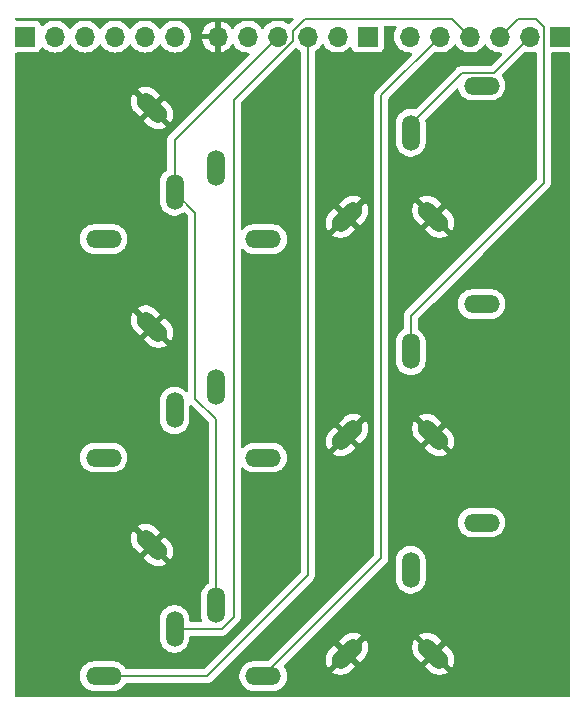
<source format=gtl>
%TF.GenerationSoftware,KiCad,Pcbnew,8.0.5*%
%TF.CreationDate,2024-12-04T18:47:01+01:00*%
%TF.ProjectId,DMH_S_H_Noise_PCB_Conn,444d485f-535f-4485-9f4e-6f6973655f50,1*%
%TF.SameCoordinates,Original*%
%TF.FileFunction,Copper,L1,Top*%
%TF.FilePolarity,Positive*%
%FSLAX46Y46*%
G04 Gerber Fmt 4.6, Leading zero omitted, Abs format (unit mm)*
G04 Created by KiCad (PCBNEW 8.0.5) date 2024-12-04 18:47:01*
%MOMM*%
%LPD*%
G01*
G04 APERTURE LIST*
G04 Aperture macros list*
%AMHorizOval*
0 Thick line with rounded ends*
0 $1 width*
0 $2 $3 position (X,Y) of the first rounded end (center of the circle)*
0 $4 $5 position (X,Y) of the second rounded end (center of the circle)*
0 Add line between two ends*
20,1,$1,$2,$3,$4,$5,0*
0 Add two circle primitives to create the rounded ends*
1,1,$1,$2,$3*
1,1,$1,$4,$5*%
G04 Aperture macros list end*
%TA.AperFunction,ComponentPad*%
%ADD10HorizOval,1.508000X-0.533159X0.533159X0.533159X-0.533159X0*%
%TD*%
%TA.AperFunction,ComponentPad*%
%ADD11O,3.016000X1.508000*%
%TD*%
%TA.AperFunction,ComponentPad*%
%ADD12O,1.508000X3.016000*%
%TD*%
%TA.AperFunction,ComponentPad*%
%ADD13HorizOval,1.508000X0.533159X0.533159X-0.533159X-0.533159X0*%
%TD*%
%TA.AperFunction,ComponentPad*%
%ADD14R,1.700000X1.700000*%
%TD*%
%TA.AperFunction,ComponentPad*%
%ADD15O,1.700000X1.700000*%
%TD*%
%TA.AperFunction,Conductor*%
%ADD16C,0.200000*%
%TD*%
G04 APERTURE END LIST*
D10*
%TO.P,J7,S*%
%TO.N,GND*%
X63096190Y-204153810D03*
D11*
%TO.P,J7,T*%
%TO.N,/Inputs and Outputs/Pink*%
X59000000Y-215250000D03*
D12*
%TO.P,J7,TN*%
%TO.N,Net-(J70-Pin_4)*%
X65000000Y-211250000D03*
%TD*%
D10*
%TO.P,J5,S*%
%TO.N,GND*%
X86903810Y-176346190D03*
D11*
%TO.P,J5,T*%
%TO.N,/Inputs and Outputs/S&H Out*%
X91000000Y-165250000D03*
D12*
%TO.P,J5,TN*%
%TO.N,Net-(J70-Pin_2)*%
X85000000Y-169250000D03*
%TD*%
D10*
%TO.P,J1,S*%
%TO.N,GND*%
X63096190Y-167153810D03*
D11*
%TO.P,J1,T*%
%TO.N,/Inputs and Outputs/Input*%
X59000000Y-178250000D03*
D12*
%TO.P,J1,TN*%
%TO.N,/Inputs and Outputs/White*%
X65000000Y-174250000D03*
%TD*%
D13*
%TO.P,J3,S*%
%TO.N,GND*%
X79596190Y-176346190D03*
D12*
%TO.P,J3,T*%
%TO.N,/Inputs and Outputs/External Clock*%
X68500000Y-172250000D03*
D11*
%TO.P,J3,TN*%
%TO.N,/Inputs and Outputs/Internal Clock*%
X72500000Y-178250000D03*
%TD*%
D13*
%TO.P,J8,S*%
%TO.N,GND*%
X79596190Y-213346190D03*
D12*
%TO.P,J8,T*%
%TO.N,/Inputs and Outputs/White*%
X68500000Y-209250000D03*
D11*
%TO.P,J8,TN*%
%TO.N,Net-(J70-Pin_5)*%
X72500000Y-215250000D03*
%TD*%
D10*
%TO.P,J9,S*%
%TO.N,GND*%
X86903810Y-213346190D03*
D11*
%TO.P,J9,T*%
%TO.N,/Inputs and Outputs/Blue*%
X91000000Y-202250000D03*
D12*
%TO.P,J9,TN*%
%TO.N,Net-(J70-Pin_6)*%
X85000000Y-206250000D03*
%TD*%
D14*
%TO.P,J70,1,Pin_1*%
%TO.N,Net-(J70-Pin_1)*%
X97650000Y-161100000D03*
D15*
%TO.P,J70,2,Pin_2*%
%TO.N,Net-(J70-Pin_2)*%
X95110000Y-161100000D03*
%TO.P,J70,3,Pin_3*%
%TO.N,Net-(J70-Pin_3)*%
X92570000Y-161100000D03*
%TO.P,J70,4,Pin_4*%
%TO.N,Net-(J70-Pin_4)*%
X90030000Y-161100000D03*
%TO.P,J70,5,Pin_5*%
%TO.N,Net-(J70-Pin_5)*%
X87490000Y-161100000D03*
%TO.P,J70,6,Pin_6*%
%TO.N,Net-(J70-Pin_6)*%
X84950000Y-161100000D03*
%TD*%
D13*
%TO.P,J4,S*%
%TO.N,GND*%
X79596190Y-194846190D03*
D12*
%TO.P,J4,T*%
%TO.N,/Inputs and Outputs/Clock Out*%
X68500000Y-190750000D03*
D11*
%TO.P,J4,TN*%
%TO.N,Net-(J70-Pin_1)*%
X72500000Y-196750000D03*
%TD*%
D14*
%TO.P,J50,1,Pin_1*%
%TO.N,/Inputs and Outputs/Input*%
X52350000Y-161100000D03*
D15*
%TO.P,J50,2,Pin_2*%
%TO.N,/Inputs and Outputs/Slew In*%
X54890000Y-161100000D03*
%TO.P,J50,3,Pin_3*%
%TO.N,/Inputs and Outputs/S&H*%
X57430000Y-161100000D03*
%TO.P,J50,4,Pin_4*%
%TO.N,/Inputs and Outputs/External Clock*%
X59970000Y-161100000D03*
%TO.P,J50,5,Pin_5*%
%TO.N,/Inputs and Outputs/Internal Clock*%
X62510000Y-161100000D03*
%TO.P,J50,6,Pin_6*%
%TO.N,/Inputs and Outputs/Clock Out*%
X65050000Y-161100000D03*
%TD*%
D10*
%TO.P,J2,S*%
%TO.N,GND*%
X63096190Y-185653810D03*
D11*
%TO.P,J2,T*%
%TO.N,/Inputs and Outputs/Slew In*%
X59000000Y-196750000D03*
D12*
%TO.P,J2,TN*%
%TO.N,/Inputs and Outputs/S&H*%
X65000000Y-192750000D03*
%TD*%
D14*
%TO.P,J60,1,Pin_1*%
%TO.N,/Inputs and Outputs/S&H Out*%
X81350000Y-161100000D03*
D15*
%TO.P,J60,2,Pin_2*%
%TO.N,/Inputs and Outputs/Slew Out*%
X78810000Y-161100000D03*
%TO.P,J60,3,Pin_3*%
%TO.N,/Inputs and Outputs/Pink*%
X76270000Y-161100000D03*
%TO.P,J60,4,Pin_4*%
%TO.N,/Inputs and Outputs/White*%
X73730000Y-161100000D03*
%TO.P,J60,5,Pin_5*%
%TO.N,/Inputs and Outputs/Blue*%
X71190000Y-161100000D03*
%TO.P,J60,6,Pin_6*%
%TO.N,GND*%
X68650000Y-161100000D03*
%TD*%
D10*
%TO.P,J6,S*%
%TO.N,GND*%
X86903810Y-194846190D03*
D11*
%TO.P,J6,T*%
%TO.N,/Inputs and Outputs/Slew Out*%
X91000000Y-183750000D03*
D12*
%TO.P,J6,TN*%
%TO.N,Net-(J70-Pin_3)*%
X85000000Y-187750000D03*
%TD*%
D16*
%TO.N,/Inputs and Outputs/White*%
X65000000Y-174250000D02*
X66750000Y-176000000D01*
X73730000Y-161100000D02*
X65000000Y-169830000D01*
X65000000Y-169830000D02*
X65000000Y-174250000D01*
X68500000Y-193500000D02*
X68500000Y-209250000D01*
X66750000Y-176000000D02*
X66750000Y-191750000D01*
X66750000Y-191750000D02*
X68500000Y-193500000D01*
%TO.N,Net-(J70-Pin_2)*%
X92014000Y-164196000D02*
X89304000Y-164196000D01*
X89304000Y-164196000D02*
X85000000Y-168500000D01*
X95110000Y-161100000D02*
X92014000Y-164196000D01*
X85000000Y-168500000D02*
X85000000Y-169250000D01*
%TO.N,Net-(J70-Pin_3)*%
X85000000Y-184750000D02*
X85000000Y-187750000D01*
X92570000Y-161100000D02*
X94070000Y-159600000D01*
X96260000Y-160260000D02*
X96260000Y-173490000D01*
X95600000Y-159600000D02*
X96260000Y-160260000D01*
X96260000Y-173490000D02*
X85000000Y-184750000D01*
X94070000Y-159600000D02*
X95600000Y-159600000D01*
%TO.N,/Inputs and Outputs/Pink*%
X67750000Y-215250000D02*
X59000000Y-215250000D01*
X76270000Y-161100000D02*
X76270000Y-206730000D01*
X76270000Y-206730000D02*
X67750000Y-215250000D01*
%TO.N,Net-(J70-Pin_4)*%
X75000000Y-161456346D02*
X70000000Y-166456346D01*
X70000000Y-210250000D02*
X69000000Y-211250000D01*
X90030000Y-161100000D02*
X88530000Y-159600000D01*
X69000000Y-211250000D02*
X65000000Y-211250000D01*
X88530000Y-159600000D02*
X76020241Y-159600000D01*
X75000000Y-160620241D02*
X75000000Y-161456346D01*
X76020241Y-159600000D02*
X75000000Y-160620241D01*
X70000000Y-166456346D02*
X70000000Y-210250000D01*
%TO.N,Net-(J70-Pin_5)*%
X82500000Y-166090000D02*
X82500000Y-205250000D01*
X82500000Y-205250000D02*
X72500000Y-215250000D01*
X87490000Y-161100000D02*
X82500000Y-166090000D01*
%TD*%
%TA.AperFunction,Conductor*%
%TO.N,GND*%
G36*
X54892285Y-159516719D02*
G01*
X54918518Y-159502931D01*
X54942950Y-159500500D01*
X57377050Y-159500500D01*
X57432285Y-159516719D01*
X57458518Y-159502931D01*
X57482950Y-159500500D01*
X59917050Y-159500500D01*
X59972285Y-159516719D01*
X59998518Y-159502931D01*
X60022950Y-159500500D01*
X62457050Y-159500500D01*
X62512285Y-159516719D01*
X62538518Y-159502931D01*
X62562950Y-159500500D01*
X64997050Y-159500500D01*
X65052285Y-159516719D01*
X65078518Y-159502931D01*
X65102950Y-159500500D01*
X71137050Y-159500500D01*
X71192285Y-159516719D01*
X71218518Y-159502931D01*
X71242950Y-159500500D01*
X73677050Y-159500500D01*
X73732285Y-159516719D01*
X73758518Y-159502931D01*
X73782950Y-159500500D01*
X74971143Y-159500500D01*
X75038182Y-159520185D01*
X75083937Y-159572989D01*
X75093881Y-159642147D01*
X75064856Y-159705703D01*
X75058842Y-159712162D01*
X74767805Y-160003198D01*
X74738553Y-160032451D01*
X74677230Y-160065935D01*
X74607538Y-160060951D01*
X74579751Y-160046345D01*
X74407830Y-159925965D01*
X74193663Y-159826097D01*
X74193659Y-159826096D01*
X74193655Y-159826094D01*
X73965413Y-159764938D01*
X73965403Y-159764936D01*
X73772142Y-159748028D01*
X73730344Y-159731677D01*
X73711985Y-159743477D01*
X73687858Y-159748028D01*
X73494596Y-159764936D01*
X73494586Y-159764938D01*
X73266344Y-159826094D01*
X73266335Y-159826098D01*
X73052171Y-159925964D01*
X73052169Y-159925965D01*
X72858597Y-160061505D01*
X72691505Y-160228597D01*
X72561575Y-160414158D01*
X72506998Y-160457783D01*
X72437500Y-160464977D01*
X72375145Y-160433454D01*
X72358425Y-160414158D01*
X72228494Y-160228597D01*
X72061402Y-160061506D01*
X72061395Y-160061501D01*
X71867834Y-159925967D01*
X71867830Y-159925965D01*
X71867828Y-159925964D01*
X71653663Y-159826097D01*
X71653659Y-159826096D01*
X71653655Y-159826094D01*
X71425413Y-159764938D01*
X71425403Y-159764936D01*
X71232142Y-159748028D01*
X71190344Y-159731677D01*
X71171985Y-159743477D01*
X71147858Y-159748028D01*
X70954596Y-159764936D01*
X70954586Y-159764938D01*
X70726344Y-159826094D01*
X70726335Y-159826098D01*
X70512171Y-159925964D01*
X70512169Y-159925965D01*
X70318597Y-160061505D01*
X70151508Y-160228594D01*
X70021269Y-160414595D01*
X69966692Y-160458219D01*
X69897193Y-160465412D01*
X69834839Y-160433890D01*
X69818119Y-160414594D01*
X69688113Y-160228926D01*
X69688108Y-160228920D01*
X69521082Y-160061894D01*
X69327578Y-159926399D01*
X69113492Y-159826570D01*
X69113486Y-159826567D01*
X68900000Y-159769364D01*
X68900000Y-160666988D01*
X68842993Y-160634075D01*
X68715826Y-160600000D01*
X68584174Y-160600000D01*
X68457007Y-160634075D01*
X68400000Y-160666988D01*
X68400000Y-159769364D01*
X68399999Y-159769364D01*
X68186513Y-159826567D01*
X68186507Y-159826570D01*
X67972422Y-159926399D01*
X67972420Y-159926400D01*
X67778926Y-160061886D01*
X67778920Y-160061891D01*
X67611891Y-160228920D01*
X67611886Y-160228926D01*
X67476400Y-160422420D01*
X67476399Y-160422422D01*
X67376570Y-160636507D01*
X67376567Y-160636513D01*
X67319364Y-160849999D01*
X67319364Y-160850000D01*
X68216988Y-160850000D01*
X68184075Y-160907007D01*
X68150000Y-161034174D01*
X68150000Y-161165826D01*
X68184075Y-161292993D01*
X68216988Y-161350000D01*
X67319364Y-161350000D01*
X67376567Y-161563486D01*
X67376570Y-161563492D01*
X67476399Y-161777578D01*
X67611894Y-161971082D01*
X67778917Y-162138105D01*
X67972421Y-162273600D01*
X68186507Y-162373429D01*
X68186516Y-162373433D01*
X68400000Y-162430634D01*
X68400000Y-161533012D01*
X68457007Y-161565925D01*
X68584174Y-161600000D01*
X68715826Y-161600000D01*
X68842993Y-161565925D01*
X68900000Y-161533012D01*
X68900000Y-162430633D01*
X69113483Y-162373433D01*
X69113492Y-162373429D01*
X69327578Y-162273600D01*
X69521082Y-162138105D01*
X69688105Y-161971082D01*
X69818119Y-161785405D01*
X69872696Y-161741781D01*
X69942195Y-161734588D01*
X70004549Y-161766110D01*
X70021269Y-161785405D01*
X70151505Y-161971401D01*
X70318599Y-162138495D01*
X70415384Y-162206265D01*
X70512165Y-162274032D01*
X70512167Y-162274033D01*
X70512170Y-162274035D01*
X70726337Y-162373903D01*
X70954592Y-162435063D01*
X71131034Y-162450500D01*
X71189999Y-162455659D01*
X71190000Y-162455659D01*
X71190001Y-162455659D01*
X71204106Y-162454424D01*
X71217842Y-162453223D01*
X71286342Y-162466989D01*
X71336525Y-162515604D01*
X71352459Y-162583633D01*
X71329084Y-162649476D01*
X71316331Y-162664432D01*
X64631286Y-169349478D01*
X64519481Y-169461282D01*
X64519479Y-169461285D01*
X64469361Y-169548094D01*
X64469359Y-169548096D01*
X64440425Y-169598209D01*
X64440424Y-169598210D01*
X64440423Y-169598215D01*
X64399499Y-169750943D01*
X64399499Y-169750945D01*
X64399499Y-169919046D01*
X64399500Y-169919059D01*
X64399500Y-172318682D01*
X64379815Y-172385721D01*
X64345675Y-172419139D01*
X64346440Y-172420192D01*
X64182753Y-172539115D01*
X64043115Y-172678753D01*
X63927058Y-172838495D01*
X63837408Y-173014441D01*
X63776389Y-173202236D01*
X63745500Y-173397263D01*
X63745500Y-175102736D01*
X63776389Y-175297763D01*
X63837408Y-175485558D01*
X63837409Y-175485561D01*
X63911663Y-175631290D01*
X63927058Y-175661504D01*
X64043115Y-175821246D01*
X64182753Y-175960884D01*
X64322507Y-176062419D01*
X64342499Y-176076944D01*
X64518439Y-176166591D01*
X64643637Y-176207270D01*
X64706236Y-176227610D01*
X64901264Y-176258500D01*
X64901269Y-176258500D01*
X65098736Y-176258500D01*
X65293763Y-176227610D01*
X65310693Y-176222109D01*
X65481561Y-176166591D01*
X65657501Y-176076944D01*
X65757285Y-176004446D01*
X65823088Y-175980968D01*
X65891142Y-175996793D01*
X65917849Y-176017085D01*
X66113181Y-176212416D01*
X66146666Y-176273739D01*
X66149500Y-176300097D01*
X66149500Y-191072007D01*
X66129815Y-191139046D01*
X66077011Y-191184801D01*
X66007853Y-191194745D01*
X65944297Y-191165720D01*
X65937819Y-191159688D01*
X65817246Y-191039115D01*
X65657504Y-190923058D01*
X65657503Y-190923057D01*
X65657501Y-190923056D01*
X65481561Y-190833409D01*
X65481558Y-190833408D01*
X65293763Y-190772389D01*
X65098736Y-190741500D01*
X65098731Y-190741500D01*
X64901269Y-190741500D01*
X64901264Y-190741500D01*
X64706236Y-190772389D01*
X64518441Y-190833408D01*
X64342495Y-190923058D01*
X64182753Y-191039115D01*
X64043115Y-191178753D01*
X63927058Y-191338495D01*
X63837408Y-191514441D01*
X63776389Y-191702236D01*
X63745500Y-191897263D01*
X63745500Y-193602736D01*
X63776389Y-193797763D01*
X63837408Y-193985558D01*
X63837409Y-193985561D01*
X63914192Y-194136254D01*
X63927058Y-194161504D01*
X64043115Y-194321246D01*
X64182753Y-194460884D01*
X64322507Y-194562419D01*
X64342499Y-194576944D01*
X64518439Y-194666591D01*
X64643637Y-194707270D01*
X64706236Y-194727610D01*
X64901264Y-194758500D01*
X64901269Y-194758500D01*
X65098736Y-194758500D01*
X65293763Y-194727610D01*
X65310693Y-194722109D01*
X65481561Y-194666591D01*
X65657501Y-194576944D01*
X65773542Y-194492636D01*
X65817246Y-194460884D01*
X65817248Y-194460881D01*
X65817252Y-194460879D01*
X65956879Y-194321252D01*
X65956881Y-194321248D01*
X65956884Y-194321246D01*
X66007779Y-194251192D01*
X66072944Y-194161501D01*
X66162591Y-193985561D01*
X66223610Y-193797763D01*
X66246095Y-193655799D01*
X66254500Y-193602736D01*
X66254500Y-192403097D01*
X66274185Y-192336058D01*
X66326989Y-192290303D01*
X66396147Y-192280359D01*
X66459703Y-192309384D01*
X66466181Y-192315416D01*
X67863181Y-193712416D01*
X67896666Y-193773739D01*
X67899500Y-193800097D01*
X67899500Y-207318682D01*
X67879815Y-207385721D01*
X67845675Y-207419139D01*
X67846440Y-207420192D01*
X67682753Y-207539115D01*
X67543115Y-207678753D01*
X67427058Y-207838495D01*
X67337408Y-208014441D01*
X67276389Y-208202236D01*
X67245500Y-208397263D01*
X67245500Y-210102736D01*
X67276389Y-210297763D01*
X67337936Y-210487182D01*
X67339931Y-210557023D01*
X67303851Y-210616856D01*
X67241150Y-210647684D01*
X67220005Y-210649500D01*
X66378500Y-210649500D01*
X66311461Y-210629815D01*
X66265706Y-210577011D01*
X66254500Y-210525500D01*
X66254500Y-210397263D01*
X66223610Y-210202236D01*
X66191280Y-210102736D01*
X66162591Y-210014439D01*
X66072944Y-209838499D01*
X66065486Y-209828234D01*
X65956884Y-209678753D01*
X65817246Y-209539115D01*
X65657504Y-209423058D01*
X65657503Y-209423057D01*
X65657501Y-209423056D01*
X65481561Y-209333409D01*
X65481558Y-209333408D01*
X65293763Y-209272389D01*
X65098736Y-209241500D01*
X65098731Y-209241500D01*
X64901269Y-209241500D01*
X64901264Y-209241500D01*
X64706236Y-209272389D01*
X64518441Y-209333408D01*
X64342495Y-209423058D01*
X64182753Y-209539115D01*
X64043115Y-209678753D01*
X63927058Y-209838495D01*
X63837408Y-210014441D01*
X63776389Y-210202236D01*
X63745500Y-210397263D01*
X63745500Y-212102736D01*
X63776389Y-212297763D01*
X63837408Y-212485558D01*
X63837409Y-212485561D01*
X63914192Y-212636254D01*
X63927058Y-212661504D01*
X64043115Y-212821246D01*
X64182753Y-212960884D01*
X64322507Y-213062419D01*
X64342499Y-213076944D01*
X64518439Y-213166591D01*
X64643637Y-213207270D01*
X64706236Y-213227610D01*
X64901264Y-213258500D01*
X64901269Y-213258500D01*
X65098736Y-213258500D01*
X65293763Y-213227610D01*
X65310693Y-213222109D01*
X65481561Y-213166591D01*
X65657501Y-213076944D01*
X65773542Y-212992636D01*
X65817246Y-212960884D01*
X65817248Y-212960881D01*
X65817252Y-212960879D01*
X65956879Y-212821252D01*
X65956881Y-212821248D01*
X65956884Y-212821246D01*
X66007779Y-212751192D01*
X66072944Y-212661501D01*
X66162591Y-212485561D01*
X66223610Y-212297763D01*
X66246095Y-212155799D01*
X66254500Y-212102736D01*
X66254500Y-211974500D01*
X66274185Y-211907461D01*
X66326989Y-211861706D01*
X66378500Y-211850500D01*
X68913331Y-211850500D01*
X68913347Y-211850501D01*
X68920943Y-211850501D01*
X69079054Y-211850501D01*
X69079057Y-211850501D01*
X69231785Y-211809577D01*
X69281904Y-211780639D01*
X69368716Y-211730520D01*
X69480520Y-211618716D01*
X69480520Y-211618714D01*
X69490728Y-211608507D01*
X69490729Y-211608504D01*
X70480520Y-210618716D01*
X70559577Y-210481784D01*
X70600501Y-210329057D01*
X70600501Y-210170942D01*
X70600501Y-210163347D01*
X70600500Y-210163329D01*
X70600500Y-197677993D01*
X70620185Y-197610954D01*
X70672989Y-197565199D01*
X70742147Y-197555255D01*
X70805703Y-197584280D01*
X70812181Y-197590312D01*
X70928753Y-197706884D01*
X71078234Y-197815486D01*
X71088499Y-197822944D01*
X71264439Y-197912591D01*
X71389637Y-197953270D01*
X71452236Y-197973610D01*
X71647264Y-198004500D01*
X71647269Y-198004500D01*
X73352736Y-198004500D01*
X73547763Y-197973610D01*
X73735561Y-197912591D01*
X73911501Y-197822944D01*
X74001192Y-197757779D01*
X74071246Y-197706884D01*
X74071248Y-197706881D01*
X74071252Y-197706879D01*
X74210879Y-197567252D01*
X74210881Y-197567248D01*
X74210884Y-197567246D01*
X74261779Y-197497192D01*
X74326944Y-197407501D01*
X74416591Y-197231561D01*
X74477610Y-197043763D01*
X74508500Y-196848736D01*
X74508500Y-196651263D01*
X74477610Y-196456236D01*
X74438492Y-196335844D01*
X74416591Y-196268439D01*
X74326944Y-196092499D01*
X74286324Y-196036590D01*
X74210884Y-195932753D01*
X74071246Y-195793115D01*
X73911504Y-195677058D01*
X73911503Y-195677057D01*
X73911501Y-195677056D01*
X73735561Y-195587409D01*
X73735558Y-195587408D01*
X73547763Y-195526389D01*
X73352736Y-195495500D01*
X73352731Y-195495500D01*
X71647269Y-195495500D01*
X71647264Y-195495500D01*
X71452236Y-195526389D01*
X71264441Y-195587408D01*
X71088495Y-195677058D01*
X70928753Y-195793115D01*
X70928749Y-195793119D01*
X70812181Y-195909688D01*
X70750858Y-195943173D01*
X70681166Y-195938189D01*
X70625233Y-195896317D01*
X70600816Y-195830853D01*
X70600500Y-195822007D01*
X70600500Y-179177993D01*
X70620185Y-179110954D01*
X70672989Y-179065199D01*
X70742147Y-179055255D01*
X70805703Y-179084280D01*
X70812181Y-179090312D01*
X70928753Y-179206884D01*
X71078234Y-179315486D01*
X71088499Y-179322944D01*
X71264439Y-179412591D01*
X71389637Y-179453270D01*
X71452236Y-179473610D01*
X71647264Y-179504500D01*
X71647269Y-179504500D01*
X73352736Y-179504500D01*
X73547763Y-179473610D01*
X73735561Y-179412591D01*
X73911501Y-179322944D01*
X74001192Y-179257779D01*
X74071246Y-179206884D01*
X74071248Y-179206881D01*
X74071252Y-179206879D01*
X74210879Y-179067252D01*
X74210881Y-179067248D01*
X74210884Y-179067246D01*
X74261779Y-178997192D01*
X74326944Y-178907501D01*
X74416591Y-178731561D01*
X74477610Y-178543763D01*
X74508500Y-178348736D01*
X74508500Y-178151263D01*
X74477610Y-177956236D01*
X74438492Y-177835844D01*
X74416591Y-177768439D01*
X74326944Y-177592499D01*
X74286324Y-177536590D01*
X74210884Y-177432753D01*
X74071246Y-177293115D01*
X73911504Y-177177058D01*
X73911503Y-177177057D01*
X73911501Y-177177056D01*
X73735561Y-177087409D01*
X73735558Y-177087408D01*
X73547763Y-177026389D01*
X73352736Y-176995500D01*
X73352731Y-176995500D01*
X71647269Y-176995500D01*
X71647264Y-176995500D01*
X71452236Y-177026389D01*
X71264441Y-177087408D01*
X71088495Y-177177058D01*
X70928753Y-177293115D01*
X70928749Y-177293119D01*
X70812181Y-177409688D01*
X70750858Y-177443173D01*
X70681166Y-177438189D01*
X70625233Y-177396317D01*
X70600816Y-177330853D01*
X70600500Y-177322007D01*
X70600500Y-166756442D01*
X70620185Y-166689403D01*
X70636814Y-166668766D01*
X75195161Y-162110418D01*
X75256484Y-162076934D01*
X75326176Y-162081918D01*
X75370523Y-162110419D01*
X75398599Y-162138495D01*
X75495384Y-162206265D01*
X75592165Y-162274032D01*
X75592167Y-162274033D01*
X75592170Y-162274035D01*
X75597898Y-162276706D01*
X75650339Y-162322872D01*
X75669500Y-162389090D01*
X75669500Y-206429902D01*
X75649815Y-206496941D01*
X75633181Y-206517583D01*
X67537584Y-214613181D01*
X67476261Y-214646666D01*
X67449903Y-214649500D01*
X60931318Y-214649500D01*
X60864279Y-214629815D01*
X60830860Y-214595675D01*
X60829808Y-214596440D01*
X60710884Y-214432753D01*
X60571246Y-214293115D01*
X60411504Y-214177058D01*
X60411503Y-214177057D01*
X60411501Y-214177056D01*
X60235561Y-214087409D01*
X60235558Y-214087408D01*
X60047763Y-214026389D01*
X59852736Y-213995500D01*
X59852731Y-213995500D01*
X58147269Y-213995500D01*
X58147264Y-213995500D01*
X57952236Y-214026389D01*
X57764441Y-214087408D01*
X57588495Y-214177058D01*
X57428753Y-214293115D01*
X57289115Y-214432753D01*
X57173058Y-214592495D01*
X57083408Y-214768441D01*
X57022389Y-214956236D01*
X56991500Y-215151263D01*
X56991500Y-215348736D01*
X57022389Y-215543763D01*
X57083070Y-215730519D01*
X57083409Y-215731561D01*
X57173056Y-215907501D01*
X57173058Y-215907504D01*
X57289115Y-216067246D01*
X57428753Y-216206884D01*
X57578234Y-216315486D01*
X57588499Y-216322944D01*
X57764439Y-216412591D01*
X57889637Y-216453270D01*
X57952236Y-216473610D01*
X58147264Y-216504500D01*
X58147269Y-216504500D01*
X59852736Y-216504500D01*
X60047763Y-216473610D01*
X60235561Y-216412591D01*
X60411501Y-216322944D01*
X60501192Y-216257779D01*
X60571246Y-216206884D01*
X60571248Y-216206881D01*
X60571252Y-216206879D01*
X60710879Y-216067252D01*
X60710881Y-216067248D01*
X60710884Y-216067246D01*
X60829808Y-215903560D01*
X60831238Y-215904599D01*
X60877407Y-215862833D01*
X60931318Y-215850500D01*
X67663331Y-215850500D01*
X67663347Y-215850501D01*
X67670943Y-215850501D01*
X67829054Y-215850501D01*
X67829057Y-215850501D01*
X67981785Y-215809577D01*
X68031904Y-215780639D01*
X68118716Y-215730520D01*
X68230520Y-215618716D01*
X68230520Y-215618714D01*
X68240728Y-215608507D01*
X68240729Y-215608504D01*
X76750520Y-207098716D01*
X76829577Y-206961784D01*
X76870501Y-206809057D01*
X76870501Y-206650942D01*
X76870501Y-206643347D01*
X76870500Y-206643329D01*
X76870500Y-195280657D01*
X77809031Y-195280657D01*
X77809031Y-195478040D01*
X77839909Y-195672996D01*
X77900901Y-195860715D01*
X77900902Y-195860718D01*
X77990514Y-196036590D01*
X78016486Y-196072338D01*
X78016487Y-196072338D01*
X78582897Y-195505928D01*
X78599935Y-195569512D01*
X78665761Y-195683527D01*
X78758853Y-195776619D01*
X78872868Y-195842445D01*
X78936449Y-195859481D01*
X78370040Y-196425890D01*
X78370040Y-196425891D01*
X78405795Y-196451868D01*
X78581661Y-196541477D01*
X78581664Y-196541478D01*
X78769383Y-196602470D01*
X78964340Y-196633349D01*
X79161722Y-196633349D01*
X79356678Y-196602470D01*
X79544397Y-196541478D01*
X79544400Y-196541477D01*
X79720270Y-196451866D01*
X79879958Y-196335844D01*
X79879959Y-196335844D01*
X80306125Y-195909678D01*
X80306125Y-195909677D01*
X79772966Y-195376519D01*
X80126519Y-195022966D01*
X80659678Y-195556125D01*
X81085843Y-195129959D01*
X81085843Y-195129958D01*
X81201865Y-194970269D01*
X81201869Y-194970263D01*
X81291477Y-194794401D01*
X81291479Y-194794395D01*
X81352470Y-194606680D01*
X81383349Y-194411723D01*
X81383349Y-194214339D01*
X81352470Y-194019383D01*
X81291478Y-193831664D01*
X81291477Y-193831661D01*
X81201869Y-193655799D01*
X81201861Y-193655786D01*
X81175891Y-193620041D01*
X81175890Y-193620040D01*
X80609482Y-194186448D01*
X80592446Y-194122868D01*
X80526620Y-194008852D01*
X80433528Y-193915760D01*
X80319512Y-193849934D01*
X80255929Y-193832897D01*
X80822338Y-193266488D01*
X80786588Y-193240514D01*
X80610718Y-193150902D01*
X80610715Y-193150901D01*
X80422996Y-193089909D01*
X80228040Y-193059031D01*
X80030657Y-193059031D01*
X79835699Y-193089909D01*
X79647984Y-193150900D01*
X79647978Y-193150902D01*
X79472116Y-193240510D01*
X79472110Y-193240514D01*
X79312421Y-193356536D01*
X79312419Y-193356537D01*
X78886255Y-193782700D01*
X78886255Y-193782701D01*
X79419413Y-194315859D01*
X79065860Y-194669412D01*
X78532701Y-194136254D01*
X78532700Y-194136254D01*
X78106536Y-194562419D01*
X78106535Y-194562421D01*
X77990513Y-194722109D01*
X77900902Y-194897979D01*
X77900901Y-194897982D01*
X77839909Y-195085701D01*
X77809031Y-195280657D01*
X76870500Y-195280657D01*
X76870500Y-176780657D01*
X77809031Y-176780657D01*
X77809031Y-176978040D01*
X77839909Y-177172996D01*
X77900901Y-177360715D01*
X77900902Y-177360718D01*
X77990514Y-177536590D01*
X78016486Y-177572338D01*
X78016487Y-177572338D01*
X78582897Y-177005928D01*
X78599935Y-177069512D01*
X78665761Y-177183527D01*
X78758853Y-177276619D01*
X78872868Y-177342445D01*
X78936449Y-177359481D01*
X78370040Y-177925890D01*
X78370040Y-177925891D01*
X78405795Y-177951868D01*
X78581661Y-178041477D01*
X78581664Y-178041478D01*
X78769383Y-178102470D01*
X78964340Y-178133349D01*
X79161722Y-178133349D01*
X79356678Y-178102470D01*
X79544397Y-178041478D01*
X79544400Y-178041477D01*
X79720270Y-177951866D01*
X79879958Y-177835844D01*
X79879959Y-177835844D01*
X80306125Y-177409678D01*
X80306125Y-177409677D01*
X79772966Y-176876519D01*
X80126519Y-176522966D01*
X80659678Y-177056125D01*
X81085843Y-176629959D01*
X81085843Y-176629958D01*
X81201865Y-176470269D01*
X81201869Y-176470263D01*
X81291477Y-176294401D01*
X81291479Y-176294395D01*
X81352470Y-176106680D01*
X81383349Y-175911723D01*
X81383349Y-175714339D01*
X81352470Y-175519383D01*
X81291478Y-175331664D01*
X81291477Y-175331661D01*
X81201869Y-175155799D01*
X81201861Y-175155786D01*
X81175891Y-175120041D01*
X81175890Y-175120040D01*
X80609482Y-175686448D01*
X80592446Y-175622868D01*
X80526620Y-175508852D01*
X80433528Y-175415760D01*
X80319512Y-175349934D01*
X80255929Y-175332897D01*
X80822338Y-174766488D01*
X80786588Y-174740514D01*
X80610718Y-174650902D01*
X80610715Y-174650901D01*
X80422996Y-174589909D01*
X80228040Y-174559031D01*
X80030657Y-174559031D01*
X79835699Y-174589909D01*
X79647984Y-174650900D01*
X79647978Y-174650902D01*
X79472116Y-174740510D01*
X79472110Y-174740514D01*
X79312421Y-174856536D01*
X79312419Y-174856537D01*
X78886255Y-175282700D01*
X78886255Y-175282701D01*
X79419413Y-175815859D01*
X79065860Y-176169412D01*
X78532701Y-175636254D01*
X78532700Y-175636254D01*
X78106536Y-176062419D01*
X78106535Y-176062421D01*
X77990513Y-176222109D01*
X77900902Y-176397979D01*
X77900901Y-176397982D01*
X77839909Y-176585701D01*
X77809031Y-176780657D01*
X76870500Y-176780657D01*
X76870500Y-162389090D01*
X76890185Y-162322051D01*
X76942101Y-162276706D01*
X76947830Y-162274035D01*
X77141401Y-162138495D01*
X77308495Y-161971401D01*
X77438425Y-161785842D01*
X77493002Y-161742217D01*
X77562500Y-161735023D01*
X77624855Y-161766546D01*
X77641575Y-161785842D01*
X77771500Y-161971395D01*
X77771505Y-161971401D01*
X77938599Y-162138495D01*
X78035384Y-162206265D01*
X78132165Y-162274032D01*
X78132167Y-162274033D01*
X78132170Y-162274035D01*
X78346337Y-162373903D01*
X78574592Y-162435063D01*
X78751034Y-162450500D01*
X78809999Y-162455659D01*
X78810000Y-162455659D01*
X78810001Y-162455659D01*
X78868966Y-162450500D01*
X79045408Y-162435063D01*
X79273663Y-162373903D01*
X79487830Y-162274035D01*
X79681401Y-162138495D01*
X79803329Y-162016566D01*
X79864648Y-161983084D01*
X79934340Y-161988068D01*
X79990274Y-162029939D01*
X80007189Y-162060917D01*
X80056202Y-162192328D01*
X80056206Y-162192335D01*
X80142452Y-162307544D01*
X80142455Y-162307547D01*
X80257664Y-162393793D01*
X80257671Y-162393797D01*
X80392517Y-162444091D01*
X80392516Y-162444091D01*
X80399444Y-162444835D01*
X80452127Y-162450500D01*
X82247872Y-162450499D01*
X82307483Y-162444091D01*
X82442331Y-162393796D01*
X82557546Y-162307546D01*
X82643796Y-162192331D01*
X82694091Y-162057483D01*
X82700500Y-161997873D01*
X82700499Y-160324499D01*
X82720184Y-160257461D01*
X82772987Y-160211706D01*
X82824499Y-160200500D01*
X83692979Y-160200500D01*
X83760018Y-160220185D01*
X83805773Y-160272989D01*
X83815717Y-160342147D01*
X83794554Y-160395621D01*
X83784748Y-160409626D01*
X83775963Y-160422173D01*
X83676098Y-160636335D01*
X83676094Y-160636344D01*
X83614938Y-160864586D01*
X83614936Y-160864596D01*
X83594341Y-161099999D01*
X83594341Y-161100000D01*
X83614936Y-161335403D01*
X83614938Y-161335413D01*
X83676094Y-161563655D01*
X83676096Y-161563659D01*
X83676097Y-161563663D01*
X83755801Y-161734588D01*
X83775965Y-161777830D01*
X83775967Y-161777834D01*
X83884281Y-161932521D01*
X83911505Y-161971401D01*
X84078599Y-162138495D01*
X84175384Y-162206265D01*
X84272165Y-162274032D01*
X84272167Y-162274033D01*
X84272170Y-162274035D01*
X84486337Y-162373903D01*
X84714592Y-162435063D01*
X84891034Y-162450500D01*
X84949999Y-162455659D01*
X84950000Y-162455659D01*
X84950001Y-162455659D01*
X84964106Y-162454424D01*
X84977842Y-162453223D01*
X85046342Y-162466989D01*
X85096525Y-162515604D01*
X85112459Y-162583633D01*
X85089084Y-162649476D01*
X85076331Y-162664432D01*
X82131286Y-165609478D01*
X82019481Y-165721282D01*
X82019479Y-165721285D01*
X81969361Y-165808094D01*
X81969359Y-165808096D01*
X81940425Y-165858209D01*
X81940424Y-165858210D01*
X81940423Y-165858215D01*
X81899499Y-166010943D01*
X81899499Y-166010945D01*
X81899499Y-166179046D01*
X81899500Y-166179059D01*
X81899500Y-204949902D01*
X81879815Y-205016941D01*
X81863181Y-205037583D01*
X72941584Y-213959181D01*
X72880261Y-213992666D01*
X72853903Y-213995500D01*
X71647264Y-213995500D01*
X71452236Y-214026389D01*
X71264441Y-214087408D01*
X71088495Y-214177058D01*
X70928753Y-214293115D01*
X70789115Y-214432753D01*
X70673058Y-214592495D01*
X70583408Y-214768441D01*
X70522389Y-214956236D01*
X70491500Y-215151263D01*
X70491500Y-215348736D01*
X70522389Y-215543763D01*
X70583070Y-215730519D01*
X70583409Y-215731561D01*
X70673056Y-215907501D01*
X70673058Y-215907504D01*
X70789115Y-216067246D01*
X70928753Y-216206884D01*
X71078234Y-216315486D01*
X71088499Y-216322944D01*
X71264439Y-216412591D01*
X71389637Y-216453270D01*
X71452236Y-216473610D01*
X71647264Y-216504500D01*
X71647269Y-216504500D01*
X73352736Y-216504500D01*
X73547763Y-216473610D01*
X73735561Y-216412591D01*
X73911501Y-216322944D01*
X74001192Y-216257779D01*
X74071246Y-216206884D01*
X74071248Y-216206881D01*
X74071252Y-216206879D01*
X74210879Y-216067252D01*
X74210881Y-216067248D01*
X74210884Y-216067246D01*
X74261779Y-215997192D01*
X74326944Y-215907501D01*
X74416591Y-215731561D01*
X74477610Y-215543763D01*
X74508500Y-215348736D01*
X74508500Y-215151263D01*
X74477610Y-214956236D01*
X74438492Y-214835844D01*
X74416591Y-214768439D01*
X74326944Y-214592499D01*
X74286324Y-214536590D01*
X74254448Y-214492715D01*
X74230968Y-214426909D01*
X74246794Y-214358855D01*
X74267081Y-214332153D01*
X74818577Y-213780657D01*
X77809031Y-213780657D01*
X77809031Y-213978040D01*
X77839909Y-214172996D01*
X77900901Y-214360715D01*
X77900902Y-214360718D01*
X77990514Y-214536590D01*
X78016486Y-214572338D01*
X78016487Y-214572338D01*
X78582897Y-214005928D01*
X78599935Y-214069512D01*
X78665761Y-214183527D01*
X78758853Y-214276619D01*
X78872868Y-214342445D01*
X78936449Y-214359481D01*
X78370040Y-214925890D01*
X78370040Y-214925891D01*
X78405795Y-214951868D01*
X78581661Y-215041477D01*
X78581664Y-215041478D01*
X78769383Y-215102470D01*
X78964340Y-215133349D01*
X79161722Y-215133349D01*
X79356678Y-215102470D01*
X79544397Y-215041478D01*
X79544400Y-215041477D01*
X79720270Y-214951866D01*
X79879958Y-214835844D01*
X79879959Y-214835844D01*
X80306125Y-214409678D01*
X80306125Y-214409677D01*
X79772966Y-213876519D01*
X80126519Y-213522966D01*
X80659678Y-214056125D01*
X81085843Y-213629959D01*
X81085843Y-213629958D01*
X81201865Y-213470269D01*
X81201869Y-213470263D01*
X81291477Y-213294401D01*
X81291479Y-213294395D01*
X81352470Y-213106680D01*
X81383349Y-212911723D01*
X81383349Y-212714339D01*
X85116651Y-212714339D01*
X85116651Y-212911722D01*
X85147529Y-213106678D01*
X85208521Y-213294397D01*
X85208522Y-213294400D01*
X85298133Y-213470270D01*
X85414155Y-213629958D01*
X85414155Y-213629959D01*
X85840321Y-214056125D01*
X86373480Y-213522966D01*
X86727033Y-213876519D01*
X86193875Y-214409678D01*
X86620040Y-214835843D01*
X86779730Y-214951865D01*
X86779736Y-214951869D01*
X86955598Y-215041477D01*
X86955604Y-215041479D01*
X87143320Y-215102470D01*
X87143319Y-215102470D01*
X87338277Y-215133349D01*
X87535660Y-215133349D01*
X87730616Y-215102470D01*
X87918335Y-215041478D01*
X87918338Y-215041477D01*
X88094210Y-214951865D01*
X88129957Y-214925892D01*
X88129957Y-214925890D01*
X87563549Y-214359482D01*
X87627132Y-214342446D01*
X87741148Y-214276620D01*
X87834240Y-214183528D01*
X87900066Y-214069512D01*
X87917102Y-214005929D01*
X88483510Y-214572337D01*
X88483512Y-214572337D01*
X88509485Y-214536590D01*
X88599097Y-214360718D01*
X88599098Y-214360715D01*
X88660090Y-214172996D01*
X88690969Y-213978040D01*
X88690969Y-213780656D01*
X88660090Y-213585699D01*
X88599099Y-213397984D01*
X88599097Y-213397978D01*
X88509489Y-213222116D01*
X88509485Y-213222110D01*
X88393463Y-213062421D01*
X88393462Y-213062419D01*
X87967299Y-212636254D01*
X87967297Y-212636254D01*
X87434139Y-213169412D01*
X87080585Y-212815859D01*
X87613745Y-212282701D01*
X87187579Y-211856535D01*
X87027890Y-211740513D01*
X86852020Y-211650902D01*
X86852017Y-211650901D01*
X86664298Y-211589909D01*
X86469342Y-211559031D01*
X86271960Y-211559031D01*
X86077003Y-211589909D01*
X85889284Y-211650901D01*
X85889281Y-211650902D01*
X85713409Y-211740514D01*
X85677660Y-211766486D01*
X85677659Y-211766487D01*
X86244070Y-212332898D01*
X86180488Y-212349935D01*
X86066473Y-212415761D01*
X85973381Y-212508853D01*
X85907555Y-212622868D01*
X85890518Y-212686450D01*
X85324107Y-212120039D01*
X85324106Y-212120040D01*
X85298134Y-212155789D01*
X85208522Y-212331661D01*
X85208521Y-212331664D01*
X85147529Y-212519383D01*
X85116651Y-212714339D01*
X81383349Y-212714339D01*
X81352470Y-212519383D01*
X81291478Y-212331664D01*
X81291477Y-212331661D01*
X81201869Y-212155799D01*
X81201861Y-212155786D01*
X81175891Y-212120041D01*
X81175890Y-212120040D01*
X80609482Y-212686448D01*
X80592446Y-212622868D01*
X80526620Y-212508852D01*
X80433528Y-212415760D01*
X80319512Y-212349934D01*
X80255929Y-212332897D01*
X80822338Y-211766488D01*
X80786588Y-211740514D01*
X80610718Y-211650902D01*
X80610715Y-211650901D01*
X80422996Y-211589909D01*
X80228040Y-211559031D01*
X80030657Y-211559031D01*
X79835699Y-211589909D01*
X79647984Y-211650900D01*
X79647978Y-211650902D01*
X79472116Y-211740510D01*
X79472110Y-211740514D01*
X79312421Y-211856536D01*
X79312419Y-211856537D01*
X78886255Y-212282700D01*
X78886255Y-212282701D01*
X79419413Y-212815859D01*
X79065860Y-213169412D01*
X78532701Y-212636254D01*
X78532700Y-212636254D01*
X78106536Y-213062419D01*
X78106535Y-213062421D01*
X77990513Y-213222109D01*
X77900902Y-213397979D01*
X77900901Y-213397982D01*
X77839909Y-213585701D01*
X77809031Y-213780657D01*
X74818577Y-213780657D01*
X82980520Y-205618716D01*
X83059577Y-205481784D01*
X83082225Y-205397263D01*
X83745500Y-205397263D01*
X83745500Y-207102736D01*
X83776389Y-207297763D01*
X83817100Y-207423056D01*
X83837409Y-207485561D01*
X83927056Y-207661501D01*
X83927058Y-207661504D01*
X84043115Y-207821246D01*
X84182753Y-207960884D01*
X84332234Y-208069486D01*
X84342499Y-208076944D01*
X84518439Y-208166591D01*
X84628144Y-208202236D01*
X84706236Y-208227610D01*
X84901264Y-208258500D01*
X84901269Y-208258500D01*
X85098736Y-208258500D01*
X85293763Y-208227610D01*
X85481561Y-208166591D01*
X85657501Y-208076944D01*
X85747192Y-208011779D01*
X85817246Y-207960884D01*
X85817248Y-207960881D01*
X85817252Y-207960879D01*
X85956879Y-207821252D01*
X85956881Y-207821248D01*
X85956884Y-207821246D01*
X86007779Y-207751192D01*
X86072944Y-207661501D01*
X86162591Y-207485561D01*
X86223610Y-207297763D01*
X86254500Y-207102736D01*
X86254500Y-205397263D01*
X86223610Y-205202236D01*
X86203270Y-205139637D01*
X86162591Y-205014439D01*
X86072944Y-204838499D01*
X86008622Y-204749966D01*
X85956884Y-204678753D01*
X85817246Y-204539115D01*
X85657504Y-204423058D01*
X85657503Y-204423057D01*
X85657501Y-204423056D01*
X85481561Y-204333409D01*
X85481558Y-204333408D01*
X85293763Y-204272389D01*
X85098736Y-204241500D01*
X85098731Y-204241500D01*
X84901269Y-204241500D01*
X84901264Y-204241500D01*
X84706236Y-204272389D01*
X84518441Y-204333408D01*
X84342495Y-204423058D01*
X84182753Y-204539115D01*
X84043115Y-204678753D01*
X83927058Y-204838495D01*
X83837408Y-205014441D01*
X83776389Y-205202236D01*
X83745500Y-205397263D01*
X83082225Y-205397263D01*
X83100501Y-205329057D01*
X83100501Y-205170942D01*
X83100501Y-205163347D01*
X83100500Y-205163329D01*
X83100500Y-202151263D01*
X88991500Y-202151263D01*
X88991500Y-202348736D01*
X89022389Y-202543763D01*
X89083408Y-202731558D01*
X89083409Y-202731561D01*
X89173056Y-202907501D01*
X89173058Y-202907504D01*
X89289115Y-203067246D01*
X89428753Y-203206884D01*
X89578234Y-203315486D01*
X89588499Y-203322944D01*
X89764439Y-203412591D01*
X89860719Y-203443874D01*
X89952236Y-203473610D01*
X90147264Y-203504500D01*
X90147269Y-203504500D01*
X91852736Y-203504500D01*
X92047763Y-203473610D01*
X92235561Y-203412591D01*
X92411501Y-203322944D01*
X92548539Y-203223381D01*
X92571246Y-203206884D01*
X92571248Y-203206881D01*
X92571252Y-203206879D01*
X92710879Y-203067252D01*
X92710881Y-203067248D01*
X92710884Y-203067246D01*
X92761779Y-202997192D01*
X92826944Y-202907501D01*
X92916591Y-202731561D01*
X92977610Y-202543763D01*
X92991111Y-202458521D01*
X93008500Y-202348736D01*
X93008500Y-202151263D01*
X92977610Y-201956236D01*
X92957270Y-201893637D01*
X92916591Y-201768439D01*
X92826944Y-201592499D01*
X92819486Y-201582234D01*
X92710884Y-201432753D01*
X92571246Y-201293115D01*
X92411504Y-201177058D01*
X92411503Y-201177057D01*
X92411501Y-201177056D01*
X92235561Y-201087409D01*
X92235558Y-201087408D01*
X92047763Y-201026389D01*
X91852736Y-200995500D01*
X91852731Y-200995500D01*
X90147269Y-200995500D01*
X90147264Y-200995500D01*
X89952236Y-201026389D01*
X89764441Y-201087408D01*
X89588495Y-201177058D01*
X89428753Y-201293115D01*
X89289115Y-201432753D01*
X89173058Y-201592495D01*
X89083408Y-201768441D01*
X89022389Y-201956236D01*
X88991500Y-202151263D01*
X83100500Y-202151263D01*
X83100500Y-194214339D01*
X85116651Y-194214339D01*
X85116651Y-194411722D01*
X85147529Y-194606678D01*
X85208521Y-194794397D01*
X85208522Y-194794400D01*
X85298133Y-194970270D01*
X85414155Y-195129958D01*
X85414155Y-195129959D01*
X85840321Y-195556125D01*
X86373480Y-195022966D01*
X86727033Y-195376519D01*
X86193875Y-195909678D01*
X86620040Y-196335843D01*
X86779730Y-196451865D01*
X86779736Y-196451869D01*
X86955598Y-196541477D01*
X86955604Y-196541479D01*
X87143320Y-196602470D01*
X87143319Y-196602470D01*
X87338277Y-196633349D01*
X87535660Y-196633349D01*
X87730616Y-196602470D01*
X87918335Y-196541478D01*
X87918338Y-196541477D01*
X88094210Y-196451865D01*
X88129957Y-196425892D01*
X88129957Y-196425890D01*
X87563549Y-195859482D01*
X87627132Y-195842446D01*
X87741148Y-195776620D01*
X87834240Y-195683528D01*
X87900066Y-195569512D01*
X87917102Y-195505929D01*
X88483510Y-196072337D01*
X88483512Y-196072337D01*
X88509485Y-196036590D01*
X88599097Y-195860718D01*
X88599098Y-195860715D01*
X88660090Y-195672996D01*
X88690969Y-195478040D01*
X88690969Y-195280656D01*
X88660090Y-195085699D01*
X88599099Y-194897984D01*
X88599097Y-194897978D01*
X88509489Y-194722116D01*
X88509485Y-194722110D01*
X88393463Y-194562421D01*
X88393462Y-194562419D01*
X87967299Y-194136254D01*
X87967297Y-194136254D01*
X87434139Y-194669412D01*
X87080585Y-194315859D01*
X87613745Y-193782701D01*
X87187579Y-193356535D01*
X87027890Y-193240513D01*
X86852020Y-193150902D01*
X86852017Y-193150901D01*
X86664298Y-193089909D01*
X86469342Y-193059031D01*
X86271960Y-193059031D01*
X86077003Y-193089909D01*
X85889284Y-193150901D01*
X85889281Y-193150902D01*
X85713409Y-193240514D01*
X85677660Y-193266486D01*
X85677659Y-193266487D01*
X86244070Y-193832898D01*
X86180488Y-193849935D01*
X86066473Y-193915761D01*
X85973381Y-194008853D01*
X85907555Y-194122868D01*
X85890518Y-194186450D01*
X85324107Y-193620039D01*
X85324106Y-193620040D01*
X85298134Y-193655789D01*
X85208522Y-193831661D01*
X85208521Y-193831664D01*
X85147529Y-194019383D01*
X85116651Y-194214339D01*
X83100500Y-194214339D01*
X83100500Y-175714339D01*
X85116651Y-175714339D01*
X85116651Y-175911722D01*
X85147529Y-176106678D01*
X85208521Y-176294397D01*
X85208522Y-176294400D01*
X85298133Y-176470270D01*
X85414155Y-176629958D01*
X85414155Y-176629959D01*
X85840321Y-177056125D01*
X86373480Y-176522966D01*
X86727033Y-176876519D01*
X86193875Y-177409678D01*
X86620040Y-177835843D01*
X86779730Y-177951865D01*
X86779736Y-177951869D01*
X86955598Y-178041477D01*
X86955604Y-178041479D01*
X87143320Y-178102470D01*
X87143319Y-178102470D01*
X87338277Y-178133349D01*
X87535660Y-178133349D01*
X87730616Y-178102470D01*
X87918335Y-178041478D01*
X87918338Y-178041477D01*
X88094210Y-177951865D01*
X88129957Y-177925892D01*
X88129957Y-177925890D01*
X87563549Y-177359482D01*
X87627132Y-177342446D01*
X87741148Y-177276620D01*
X87834240Y-177183528D01*
X87900066Y-177069512D01*
X87917102Y-177005929D01*
X88483510Y-177572337D01*
X88483512Y-177572337D01*
X88509485Y-177536590D01*
X88599097Y-177360718D01*
X88599098Y-177360715D01*
X88660090Y-177172996D01*
X88690969Y-176978040D01*
X88690969Y-176780656D01*
X88660090Y-176585699D01*
X88599099Y-176397984D01*
X88599097Y-176397978D01*
X88509489Y-176222116D01*
X88509485Y-176222110D01*
X88393463Y-176062421D01*
X88393462Y-176062419D01*
X87967299Y-175636254D01*
X87967297Y-175636254D01*
X87434139Y-176169412D01*
X87080585Y-175815859D01*
X87613745Y-175282701D01*
X87187579Y-174856535D01*
X87027890Y-174740513D01*
X86852020Y-174650902D01*
X86852017Y-174650901D01*
X86664298Y-174589909D01*
X86469342Y-174559031D01*
X86271960Y-174559031D01*
X86077003Y-174589909D01*
X85889284Y-174650901D01*
X85889281Y-174650902D01*
X85713409Y-174740514D01*
X85677660Y-174766486D01*
X85677659Y-174766487D01*
X86244070Y-175332898D01*
X86180488Y-175349935D01*
X86066473Y-175415761D01*
X85973381Y-175508853D01*
X85907555Y-175622868D01*
X85890518Y-175686450D01*
X85324107Y-175120039D01*
X85324106Y-175120040D01*
X85298134Y-175155789D01*
X85208522Y-175331661D01*
X85208521Y-175331664D01*
X85147529Y-175519383D01*
X85116651Y-175714339D01*
X83100500Y-175714339D01*
X83100500Y-166390097D01*
X83120185Y-166323058D01*
X83136819Y-166302416D01*
X85048683Y-164390552D01*
X87006470Y-162432764D01*
X87067791Y-162399281D01*
X87126242Y-162400672D01*
X87181990Y-162415609D01*
X87254592Y-162435063D01*
X87431034Y-162450500D01*
X87489999Y-162455659D01*
X87490000Y-162455659D01*
X87490001Y-162455659D01*
X87548966Y-162450500D01*
X87725408Y-162435063D01*
X87953663Y-162373903D01*
X88167830Y-162274035D01*
X88361401Y-162138495D01*
X88528495Y-161971401D01*
X88658425Y-161785842D01*
X88713002Y-161742217D01*
X88782500Y-161735023D01*
X88844855Y-161766546D01*
X88861575Y-161785842D01*
X88991500Y-161971395D01*
X88991505Y-161971401D01*
X89158599Y-162138495D01*
X89255384Y-162206265D01*
X89352165Y-162274032D01*
X89352167Y-162274033D01*
X89352170Y-162274035D01*
X89566337Y-162373903D01*
X89794592Y-162435063D01*
X89971034Y-162450500D01*
X90029999Y-162455659D01*
X90030000Y-162455659D01*
X90030001Y-162455659D01*
X90088966Y-162450500D01*
X90265408Y-162435063D01*
X90493663Y-162373903D01*
X90707830Y-162274035D01*
X90901401Y-162138495D01*
X91068495Y-161971401D01*
X91198425Y-161785842D01*
X91253002Y-161742217D01*
X91322500Y-161735023D01*
X91384855Y-161766546D01*
X91401575Y-161785842D01*
X91531500Y-161971395D01*
X91531505Y-161971401D01*
X91698599Y-162138495D01*
X91795384Y-162206265D01*
X91892165Y-162274032D01*
X91892167Y-162274033D01*
X91892170Y-162274035D01*
X92106337Y-162373903D01*
X92334592Y-162435063D01*
X92511034Y-162450500D01*
X92569999Y-162455659D01*
X92570000Y-162455659D01*
X92570001Y-162455659D01*
X92597843Y-162453223D01*
X92666343Y-162466989D01*
X92716526Y-162515604D01*
X92732460Y-162583633D01*
X92709085Y-162649477D01*
X92696332Y-162664432D01*
X91801584Y-163559181D01*
X91740261Y-163592666D01*
X91713903Y-163595500D01*
X89383057Y-163595500D01*
X89224943Y-163595500D01*
X89072215Y-163636423D01*
X89072214Y-163636423D01*
X89072212Y-163636424D01*
X89072209Y-163636425D01*
X89022096Y-163665359D01*
X89022095Y-163665360D01*
X88978689Y-163690420D01*
X88935285Y-163715479D01*
X88935282Y-163715481D01*
X88823478Y-163827286D01*
X85411097Y-167239666D01*
X85349774Y-167273151D01*
X85298660Y-167272608D01*
X85298574Y-167273152D01*
X85294888Y-167272568D01*
X85294489Y-167272564D01*
X85293764Y-167272390D01*
X85098736Y-167241500D01*
X85098731Y-167241500D01*
X84901269Y-167241500D01*
X84901264Y-167241500D01*
X84706236Y-167272389D01*
X84518441Y-167333408D01*
X84342495Y-167423058D01*
X84182753Y-167539115D01*
X84043115Y-167678753D01*
X83927058Y-167838495D01*
X83837408Y-168014441D01*
X83776389Y-168202236D01*
X83745500Y-168397263D01*
X83745500Y-170102736D01*
X83776389Y-170297763D01*
X83827750Y-170455833D01*
X83837409Y-170485561D01*
X83927056Y-170661501D01*
X83927058Y-170661504D01*
X84043115Y-170821246D01*
X84182753Y-170960884D01*
X84332234Y-171069486D01*
X84342499Y-171076944D01*
X84518439Y-171166591D01*
X84628144Y-171202236D01*
X84706236Y-171227610D01*
X84901264Y-171258500D01*
X84901269Y-171258500D01*
X85098736Y-171258500D01*
X85293763Y-171227610D01*
X85481561Y-171166591D01*
X85657501Y-171076944D01*
X85747192Y-171011779D01*
X85817246Y-170960884D01*
X85817248Y-170960881D01*
X85817252Y-170960879D01*
X85956879Y-170821252D01*
X85956881Y-170821248D01*
X85956884Y-170821246D01*
X86007779Y-170751192D01*
X86072944Y-170661501D01*
X86162591Y-170485561D01*
X86223610Y-170297763D01*
X86250166Y-170130096D01*
X86254500Y-170102736D01*
X86254500Y-168397264D01*
X86225995Y-168217298D01*
X86223610Y-168202237D01*
X86223608Y-168202233D01*
X86223018Y-168198503D01*
X86231972Y-168129209D01*
X86257807Y-168091426D01*
X88826112Y-165523121D01*
X88887433Y-165489638D01*
X88957125Y-165494622D01*
X89013058Y-165536494D01*
X89031722Y-165572485D01*
X89083409Y-165731561D01*
X89173056Y-165907501D01*
X89173058Y-165907504D01*
X89289115Y-166067246D01*
X89428753Y-166206884D01*
X89560244Y-166302416D01*
X89588499Y-166322944D01*
X89764439Y-166412591D01*
X89860719Y-166443874D01*
X89952236Y-166473610D01*
X90147264Y-166504500D01*
X90147269Y-166504500D01*
X91852736Y-166504500D01*
X92047763Y-166473610D01*
X92096021Y-166457930D01*
X92235561Y-166412591D01*
X92411501Y-166322944D01*
X92501192Y-166257779D01*
X92571246Y-166206884D01*
X92571248Y-166206881D01*
X92571252Y-166206879D01*
X92710879Y-166067252D01*
X92710881Y-166067248D01*
X92710884Y-166067246D01*
X92761779Y-165997192D01*
X92826944Y-165907501D01*
X92916591Y-165731561D01*
X92977610Y-165543763D01*
X92991111Y-165458521D01*
X93008500Y-165348736D01*
X93008500Y-165151263D01*
X92977610Y-164956236D01*
X92957270Y-164893637D01*
X92916591Y-164768439D01*
X92826944Y-164592499D01*
X92737615Y-164469547D01*
X92714136Y-164403740D01*
X92729962Y-164335686D01*
X92750249Y-164308984D01*
X94626470Y-162432763D01*
X94687791Y-162399280D01*
X94746238Y-162400670D01*
X94874592Y-162435063D01*
X95051034Y-162450500D01*
X95109999Y-162455659D01*
X95110000Y-162455659D01*
X95110001Y-162455659D01*
X95168966Y-162450500D01*
X95345408Y-162435063D01*
X95499417Y-162393797D01*
X95503407Y-162392728D01*
X95573257Y-162394391D01*
X95631119Y-162433554D01*
X95658623Y-162497782D01*
X95659500Y-162512503D01*
X95659500Y-173189902D01*
X95639815Y-173256941D01*
X95623181Y-173277583D01*
X84519481Y-184381282D01*
X84519477Y-184381287D01*
X84504345Y-184407499D01*
X84504344Y-184407501D01*
X84440423Y-184518215D01*
X84399499Y-184670943D01*
X84399499Y-184670945D01*
X84399499Y-184839046D01*
X84399500Y-184839059D01*
X84399500Y-185818682D01*
X84379815Y-185885721D01*
X84345675Y-185919139D01*
X84346440Y-185920192D01*
X84182753Y-186039115D01*
X84043115Y-186178753D01*
X83927058Y-186338495D01*
X83837408Y-186514441D01*
X83776389Y-186702236D01*
X83745500Y-186897263D01*
X83745500Y-188602736D01*
X83776389Y-188797763D01*
X83827750Y-188955833D01*
X83837409Y-188985561D01*
X83927056Y-189161501D01*
X83927058Y-189161504D01*
X84043115Y-189321246D01*
X84182753Y-189460884D01*
X84332234Y-189569486D01*
X84342499Y-189576944D01*
X84518439Y-189666591D01*
X84643637Y-189707270D01*
X84706236Y-189727610D01*
X84901264Y-189758500D01*
X84901269Y-189758500D01*
X85098736Y-189758500D01*
X85293763Y-189727610D01*
X85481561Y-189666591D01*
X85657501Y-189576944D01*
X85778896Y-189488746D01*
X85817246Y-189460884D01*
X85817248Y-189460881D01*
X85817252Y-189460879D01*
X85956879Y-189321252D01*
X85956881Y-189321248D01*
X85956884Y-189321246D01*
X86060413Y-189178748D01*
X86072944Y-189161501D01*
X86162591Y-188985561D01*
X86223610Y-188797763D01*
X86232521Y-188741500D01*
X86254500Y-188602736D01*
X86254500Y-186897263D01*
X86223610Y-186702236D01*
X86203270Y-186639637D01*
X86162591Y-186514439D01*
X86072944Y-186338499D01*
X86008622Y-186249966D01*
X85956884Y-186178753D01*
X85817246Y-186039115D01*
X85653560Y-185920192D01*
X85654599Y-185918761D01*
X85612833Y-185872593D01*
X85600500Y-185818682D01*
X85600500Y-185050097D01*
X85620185Y-184983058D01*
X85636819Y-184962416D01*
X86947972Y-183651263D01*
X88991500Y-183651263D01*
X88991500Y-183848736D01*
X89022389Y-184043763D01*
X89083408Y-184231558D01*
X89083409Y-184231561D01*
X89173055Y-184407499D01*
X89173058Y-184407504D01*
X89289115Y-184567246D01*
X89428753Y-184706884D01*
X89578234Y-184815486D01*
X89588499Y-184822944D01*
X89764439Y-184912591D01*
X89860719Y-184943874D01*
X89952236Y-184973610D01*
X90147264Y-185004500D01*
X90147269Y-185004500D01*
X91852736Y-185004500D01*
X92047763Y-184973610D01*
X92235561Y-184912591D01*
X92411501Y-184822944D01*
X92548539Y-184723381D01*
X92571246Y-184706884D01*
X92571248Y-184706881D01*
X92571252Y-184706879D01*
X92710879Y-184567252D01*
X92710881Y-184567248D01*
X92710884Y-184567246D01*
X92761779Y-184497192D01*
X92826944Y-184407501D01*
X92916591Y-184231561D01*
X92977610Y-184043763D01*
X92991111Y-183958521D01*
X93008500Y-183848736D01*
X93008500Y-183651263D01*
X92977610Y-183456236D01*
X92957270Y-183393637D01*
X92916591Y-183268439D01*
X92826944Y-183092499D01*
X92819486Y-183082234D01*
X92710884Y-182932753D01*
X92571246Y-182793115D01*
X92411504Y-182677058D01*
X92411503Y-182677057D01*
X92411501Y-182677056D01*
X92235561Y-182587409D01*
X92235558Y-182587408D01*
X92047763Y-182526389D01*
X91852736Y-182495500D01*
X91852731Y-182495500D01*
X90147269Y-182495500D01*
X90147264Y-182495500D01*
X89952236Y-182526389D01*
X89764441Y-182587408D01*
X89588495Y-182677058D01*
X89428753Y-182793115D01*
X89289115Y-182932753D01*
X89173058Y-183092495D01*
X89083408Y-183268441D01*
X89022389Y-183456236D01*
X88991500Y-183651263D01*
X86947972Y-183651263D01*
X91125625Y-179473610D01*
X96740520Y-173858716D01*
X96819577Y-173721784D01*
X96860501Y-173569057D01*
X96860501Y-173410942D01*
X96860501Y-173403347D01*
X96860500Y-173403329D01*
X96860500Y-162574499D01*
X96880185Y-162507460D01*
X96932989Y-162461705D01*
X96984500Y-162450499D01*
X98375500Y-162450499D01*
X98442539Y-162470184D01*
X98488294Y-162522988D01*
X98499500Y-162574499D01*
X98499500Y-216875500D01*
X98479815Y-216942539D01*
X98427011Y-216988294D01*
X98375500Y-216999500D01*
X51624500Y-216999500D01*
X51557461Y-216979815D01*
X51511706Y-216927011D01*
X51500500Y-216875500D01*
X51500500Y-203521959D01*
X61309031Y-203521959D01*
X61309031Y-203719342D01*
X61339909Y-203914298D01*
X61400901Y-204102017D01*
X61400902Y-204102020D01*
X61490513Y-204277890D01*
X61606535Y-204437578D01*
X61606535Y-204437579D01*
X62032701Y-204863745D01*
X62565860Y-204330586D01*
X62919413Y-204684139D01*
X62386255Y-205217298D01*
X62812420Y-205643463D01*
X62972110Y-205759485D01*
X62972116Y-205759489D01*
X63147978Y-205849097D01*
X63147984Y-205849099D01*
X63335700Y-205910090D01*
X63335699Y-205910090D01*
X63530657Y-205940969D01*
X63728040Y-205940969D01*
X63922996Y-205910090D01*
X64110715Y-205849098D01*
X64110718Y-205849097D01*
X64286590Y-205759485D01*
X64322337Y-205733512D01*
X64322337Y-205733510D01*
X63755929Y-205167102D01*
X63819512Y-205150066D01*
X63933528Y-205084240D01*
X64026620Y-204991148D01*
X64092446Y-204877132D01*
X64109482Y-204813549D01*
X64675890Y-205379957D01*
X64675892Y-205379957D01*
X64701865Y-205344210D01*
X64791477Y-205168338D01*
X64791478Y-205168335D01*
X64852470Y-204980616D01*
X64883349Y-204785660D01*
X64883349Y-204588276D01*
X64852470Y-204393319D01*
X64791479Y-204205604D01*
X64791477Y-204205598D01*
X64701869Y-204029736D01*
X64701865Y-204029730D01*
X64585843Y-203870041D01*
X64585842Y-203870039D01*
X64159679Y-203443874D01*
X64159677Y-203443874D01*
X63626519Y-203977032D01*
X63272965Y-203623479D01*
X63806125Y-203090321D01*
X63379959Y-202664155D01*
X63220270Y-202548133D01*
X63044400Y-202458522D01*
X63044397Y-202458521D01*
X62856678Y-202397529D01*
X62661722Y-202366651D01*
X62464340Y-202366651D01*
X62269383Y-202397529D01*
X62081664Y-202458521D01*
X62081661Y-202458522D01*
X61905789Y-202548134D01*
X61870040Y-202574106D01*
X61870039Y-202574107D01*
X62436450Y-203140518D01*
X62372868Y-203157555D01*
X62258853Y-203223381D01*
X62165761Y-203316473D01*
X62099935Y-203430488D01*
X62082898Y-203494070D01*
X61516487Y-202927659D01*
X61516486Y-202927660D01*
X61490514Y-202963409D01*
X61400902Y-203139281D01*
X61400901Y-203139284D01*
X61339909Y-203327003D01*
X61309031Y-203521959D01*
X51500500Y-203521959D01*
X51500500Y-196651263D01*
X56991500Y-196651263D01*
X56991500Y-196848736D01*
X57022389Y-197043763D01*
X57083408Y-197231558D01*
X57083409Y-197231561D01*
X57100500Y-197265103D01*
X57173058Y-197407504D01*
X57289115Y-197567246D01*
X57428753Y-197706884D01*
X57578234Y-197815486D01*
X57588499Y-197822944D01*
X57764439Y-197912591D01*
X57889637Y-197953270D01*
X57952236Y-197973610D01*
X58147264Y-198004500D01*
X58147269Y-198004500D01*
X59852736Y-198004500D01*
X60047763Y-197973610D01*
X60235561Y-197912591D01*
X60411501Y-197822944D01*
X60501192Y-197757779D01*
X60571246Y-197706884D01*
X60571248Y-197706881D01*
X60571252Y-197706879D01*
X60710879Y-197567252D01*
X60710881Y-197567248D01*
X60710884Y-197567246D01*
X60761779Y-197497192D01*
X60826944Y-197407501D01*
X60916591Y-197231561D01*
X60977610Y-197043763D01*
X61008500Y-196848736D01*
X61008500Y-196651263D01*
X60977610Y-196456236D01*
X60938492Y-196335844D01*
X60916591Y-196268439D01*
X60826944Y-196092499D01*
X60786324Y-196036590D01*
X60710884Y-195932753D01*
X60571246Y-195793115D01*
X60411504Y-195677058D01*
X60411503Y-195677057D01*
X60411501Y-195677056D01*
X60235561Y-195587409D01*
X60235558Y-195587408D01*
X60047763Y-195526389D01*
X59852736Y-195495500D01*
X59852731Y-195495500D01*
X58147269Y-195495500D01*
X58147264Y-195495500D01*
X57952236Y-195526389D01*
X57764441Y-195587408D01*
X57588495Y-195677058D01*
X57428753Y-195793115D01*
X57289115Y-195932753D01*
X57173058Y-196092495D01*
X57083408Y-196268441D01*
X57022389Y-196456236D01*
X56991500Y-196651263D01*
X51500500Y-196651263D01*
X51500500Y-185021959D01*
X61309031Y-185021959D01*
X61309031Y-185219342D01*
X61339909Y-185414298D01*
X61400901Y-185602017D01*
X61400902Y-185602020D01*
X61490513Y-185777890D01*
X61606535Y-185937578D01*
X61606535Y-185937579D01*
X62032701Y-186363745D01*
X62565860Y-185830586D01*
X62919413Y-186184139D01*
X62386255Y-186717298D01*
X62812420Y-187143463D01*
X62972110Y-187259485D01*
X62972116Y-187259489D01*
X63147978Y-187349097D01*
X63147984Y-187349099D01*
X63335700Y-187410090D01*
X63335699Y-187410090D01*
X63530657Y-187440969D01*
X63728040Y-187440969D01*
X63922996Y-187410090D01*
X64110715Y-187349098D01*
X64110718Y-187349097D01*
X64286590Y-187259485D01*
X64322337Y-187233512D01*
X64322337Y-187233510D01*
X63755929Y-186667102D01*
X63819512Y-186650066D01*
X63933528Y-186584240D01*
X64026620Y-186491148D01*
X64092446Y-186377132D01*
X64109482Y-186313549D01*
X64675890Y-186879957D01*
X64675892Y-186879957D01*
X64701865Y-186844210D01*
X64791477Y-186668338D01*
X64791478Y-186668335D01*
X64852470Y-186480616D01*
X64883349Y-186285660D01*
X64883349Y-186088276D01*
X64852470Y-185893319D01*
X64791479Y-185705604D01*
X64791477Y-185705598D01*
X64701869Y-185529736D01*
X64701865Y-185529730D01*
X64585843Y-185370041D01*
X64585842Y-185370039D01*
X64159679Y-184943874D01*
X64159677Y-184943874D01*
X63626519Y-185477032D01*
X63272965Y-185123479D01*
X63806125Y-184590321D01*
X63379959Y-184164155D01*
X63220270Y-184048133D01*
X63044400Y-183958522D01*
X63044397Y-183958521D01*
X62856678Y-183897529D01*
X62661722Y-183866651D01*
X62464340Y-183866651D01*
X62269383Y-183897529D01*
X62081664Y-183958521D01*
X62081661Y-183958522D01*
X61905789Y-184048134D01*
X61870040Y-184074106D01*
X61870039Y-184074107D01*
X62436450Y-184640518D01*
X62372868Y-184657555D01*
X62258853Y-184723381D01*
X62165761Y-184816473D01*
X62099935Y-184930488D01*
X62082898Y-184994070D01*
X61516487Y-184427659D01*
X61516486Y-184427660D01*
X61490514Y-184463409D01*
X61400902Y-184639281D01*
X61400901Y-184639284D01*
X61339909Y-184827003D01*
X61309031Y-185021959D01*
X51500500Y-185021959D01*
X51500500Y-178151263D01*
X56991500Y-178151263D01*
X56991500Y-178348736D01*
X57022389Y-178543763D01*
X57083408Y-178731558D01*
X57083409Y-178731561D01*
X57100500Y-178765103D01*
X57173058Y-178907504D01*
X57289115Y-179067246D01*
X57428753Y-179206884D01*
X57578234Y-179315486D01*
X57588499Y-179322944D01*
X57764439Y-179412591D01*
X57889637Y-179453270D01*
X57952236Y-179473610D01*
X58147264Y-179504500D01*
X58147269Y-179504500D01*
X59852736Y-179504500D01*
X60047763Y-179473610D01*
X60235561Y-179412591D01*
X60411501Y-179322944D01*
X60501192Y-179257779D01*
X60571246Y-179206884D01*
X60571248Y-179206881D01*
X60571252Y-179206879D01*
X60710879Y-179067252D01*
X60710881Y-179067248D01*
X60710884Y-179067246D01*
X60761779Y-178997192D01*
X60826944Y-178907501D01*
X60916591Y-178731561D01*
X60977610Y-178543763D01*
X61008500Y-178348736D01*
X61008500Y-178151263D01*
X60977610Y-177956236D01*
X60938492Y-177835844D01*
X60916591Y-177768439D01*
X60826944Y-177592499D01*
X60786324Y-177536590D01*
X60710884Y-177432753D01*
X60571246Y-177293115D01*
X60411504Y-177177058D01*
X60411503Y-177177057D01*
X60411501Y-177177056D01*
X60235561Y-177087409D01*
X60235558Y-177087408D01*
X60047763Y-177026389D01*
X59852736Y-176995500D01*
X59852731Y-176995500D01*
X58147269Y-176995500D01*
X58147264Y-176995500D01*
X57952236Y-177026389D01*
X57764441Y-177087408D01*
X57588495Y-177177058D01*
X57428753Y-177293115D01*
X57289115Y-177432753D01*
X57173058Y-177592495D01*
X57083408Y-177768441D01*
X57022389Y-177956236D01*
X56991500Y-178151263D01*
X51500500Y-178151263D01*
X51500500Y-166521959D01*
X61309031Y-166521959D01*
X61309031Y-166719342D01*
X61339909Y-166914298D01*
X61400901Y-167102017D01*
X61400902Y-167102020D01*
X61490513Y-167277890D01*
X61606535Y-167437578D01*
X61606535Y-167437579D01*
X62032701Y-167863745D01*
X62565860Y-167330586D01*
X62919413Y-167684139D01*
X62386255Y-168217298D01*
X62812420Y-168643463D01*
X62972110Y-168759485D01*
X62972116Y-168759489D01*
X63147978Y-168849097D01*
X63147984Y-168849099D01*
X63335700Y-168910090D01*
X63335699Y-168910090D01*
X63530657Y-168940969D01*
X63728040Y-168940969D01*
X63922996Y-168910090D01*
X64110715Y-168849098D01*
X64110718Y-168849097D01*
X64286590Y-168759485D01*
X64322337Y-168733512D01*
X64322337Y-168733510D01*
X63755929Y-168167102D01*
X63819512Y-168150066D01*
X63933528Y-168084240D01*
X64026620Y-167991148D01*
X64092446Y-167877132D01*
X64109482Y-167813549D01*
X64675890Y-168379957D01*
X64675892Y-168379957D01*
X64701865Y-168344210D01*
X64791477Y-168168338D01*
X64791478Y-168168335D01*
X64852470Y-167980616D01*
X64883349Y-167785660D01*
X64883349Y-167588276D01*
X64852470Y-167393319D01*
X64791479Y-167205604D01*
X64791477Y-167205598D01*
X64701869Y-167029736D01*
X64701865Y-167029730D01*
X64585843Y-166870041D01*
X64585842Y-166870039D01*
X64159679Y-166443874D01*
X64159677Y-166443874D01*
X63626519Y-166977032D01*
X63272965Y-166623479D01*
X63806125Y-166090321D01*
X63379959Y-165664155D01*
X63220270Y-165548133D01*
X63044400Y-165458522D01*
X63044397Y-165458521D01*
X62856678Y-165397529D01*
X62661722Y-165366651D01*
X62464340Y-165366651D01*
X62269383Y-165397529D01*
X62081664Y-165458521D01*
X62081661Y-165458522D01*
X61905789Y-165548134D01*
X61870040Y-165574106D01*
X61870039Y-165574107D01*
X62436450Y-166140518D01*
X62372868Y-166157555D01*
X62258853Y-166223381D01*
X62165761Y-166316473D01*
X62099935Y-166430488D01*
X62082898Y-166494070D01*
X61516487Y-165927659D01*
X61516486Y-165927660D01*
X61490514Y-165963409D01*
X61400902Y-166139281D01*
X61400901Y-166139284D01*
X61339909Y-166327003D01*
X61309031Y-166521959D01*
X51500500Y-166521959D01*
X51500500Y-162574499D01*
X51520185Y-162507460D01*
X51572989Y-162461705D01*
X51624500Y-162450499D01*
X53247871Y-162450499D01*
X53247872Y-162450499D01*
X53307483Y-162444091D01*
X53442331Y-162393796D01*
X53557546Y-162307546D01*
X53643796Y-162192331D01*
X53692810Y-162060916D01*
X53734681Y-162004984D01*
X53800145Y-161980566D01*
X53868418Y-161995417D01*
X53896673Y-162016569D01*
X54018599Y-162138495D01*
X54115384Y-162206265D01*
X54212165Y-162274032D01*
X54212167Y-162274033D01*
X54212170Y-162274035D01*
X54426337Y-162373903D01*
X54654592Y-162435063D01*
X54831034Y-162450500D01*
X54889999Y-162455659D01*
X54890000Y-162455659D01*
X54890001Y-162455659D01*
X54948966Y-162450500D01*
X55125408Y-162435063D01*
X55353663Y-162373903D01*
X55567830Y-162274035D01*
X55761401Y-162138495D01*
X55928495Y-161971401D01*
X56058425Y-161785842D01*
X56113002Y-161742217D01*
X56182500Y-161735023D01*
X56244855Y-161766546D01*
X56261575Y-161785842D01*
X56391500Y-161971395D01*
X56391505Y-161971401D01*
X56558599Y-162138495D01*
X56655384Y-162206265D01*
X56752165Y-162274032D01*
X56752167Y-162274033D01*
X56752170Y-162274035D01*
X56966337Y-162373903D01*
X57194592Y-162435063D01*
X57371034Y-162450500D01*
X57429999Y-162455659D01*
X57430000Y-162455659D01*
X57430001Y-162455659D01*
X57488966Y-162450500D01*
X57665408Y-162435063D01*
X57893663Y-162373903D01*
X58107830Y-162274035D01*
X58301401Y-162138495D01*
X58468495Y-161971401D01*
X58598425Y-161785842D01*
X58653002Y-161742217D01*
X58722500Y-161735023D01*
X58784855Y-161766546D01*
X58801575Y-161785842D01*
X58931500Y-161971395D01*
X58931505Y-161971401D01*
X59098599Y-162138495D01*
X59195384Y-162206265D01*
X59292165Y-162274032D01*
X59292167Y-162274033D01*
X59292170Y-162274035D01*
X59506337Y-162373903D01*
X59734592Y-162435063D01*
X59911034Y-162450500D01*
X59969999Y-162455659D01*
X59970000Y-162455659D01*
X59970001Y-162455659D01*
X60028966Y-162450500D01*
X60205408Y-162435063D01*
X60433663Y-162373903D01*
X60647830Y-162274035D01*
X60841401Y-162138495D01*
X61008495Y-161971401D01*
X61138425Y-161785842D01*
X61193002Y-161742217D01*
X61262500Y-161735023D01*
X61324855Y-161766546D01*
X61341575Y-161785842D01*
X61471500Y-161971395D01*
X61471505Y-161971401D01*
X61638599Y-162138495D01*
X61735384Y-162206265D01*
X61832165Y-162274032D01*
X61832167Y-162274033D01*
X61832170Y-162274035D01*
X62046337Y-162373903D01*
X62274592Y-162435063D01*
X62451034Y-162450500D01*
X62509999Y-162455659D01*
X62510000Y-162455659D01*
X62510001Y-162455659D01*
X62568966Y-162450500D01*
X62745408Y-162435063D01*
X62973663Y-162373903D01*
X63187830Y-162274035D01*
X63381401Y-162138495D01*
X63548495Y-161971401D01*
X63678425Y-161785842D01*
X63733002Y-161742217D01*
X63802500Y-161735023D01*
X63864855Y-161766546D01*
X63881575Y-161785842D01*
X64011500Y-161971395D01*
X64011505Y-161971401D01*
X64178599Y-162138495D01*
X64275384Y-162206265D01*
X64372165Y-162274032D01*
X64372167Y-162274033D01*
X64372170Y-162274035D01*
X64586337Y-162373903D01*
X64814592Y-162435063D01*
X64991034Y-162450500D01*
X65049999Y-162455659D01*
X65050000Y-162455659D01*
X65050001Y-162455659D01*
X65108966Y-162450500D01*
X65285408Y-162435063D01*
X65513663Y-162373903D01*
X65727830Y-162274035D01*
X65921401Y-162138495D01*
X66088495Y-161971401D01*
X66224035Y-161777830D01*
X66323903Y-161563663D01*
X66385063Y-161335408D01*
X66405659Y-161100000D01*
X66385063Y-160864592D01*
X66323903Y-160636337D01*
X66224035Y-160422171D01*
X66218731Y-160414595D01*
X66088494Y-160228597D01*
X65921402Y-160061506D01*
X65921395Y-160061501D01*
X65727834Y-159925967D01*
X65727830Y-159925965D01*
X65727828Y-159925964D01*
X65513663Y-159826097D01*
X65513659Y-159826096D01*
X65513655Y-159826094D01*
X65285413Y-159764938D01*
X65285403Y-159764936D01*
X65092142Y-159748028D01*
X65050344Y-159731677D01*
X65031985Y-159743477D01*
X65007858Y-159748028D01*
X64814596Y-159764936D01*
X64814586Y-159764938D01*
X64586344Y-159826094D01*
X64586335Y-159826098D01*
X64372171Y-159925964D01*
X64372169Y-159925965D01*
X64178597Y-160061505D01*
X64011505Y-160228597D01*
X63881575Y-160414158D01*
X63826998Y-160457783D01*
X63757500Y-160464977D01*
X63695145Y-160433454D01*
X63678425Y-160414158D01*
X63548494Y-160228597D01*
X63381402Y-160061506D01*
X63381395Y-160061501D01*
X63187834Y-159925967D01*
X63187830Y-159925965D01*
X63187828Y-159925964D01*
X62973663Y-159826097D01*
X62973659Y-159826096D01*
X62973655Y-159826094D01*
X62745413Y-159764938D01*
X62745403Y-159764936D01*
X62552142Y-159748028D01*
X62510344Y-159731677D01*
X62491985Y-159743477D01*
X62467858Y-159748028D01*
X62274596Y-159764936D01*
X62274586Y-159764938D01*
X62046344Y-159826094D01*
X62046335Y-159826098D01*
X61832171Y-159925964D01*
X61832169Y-159925965D01*
X61638597Y-160061505D01*
X61471505Y-160228597D01*
X61341575Y-160414158D01*
X61286998Y-160457783D01*
X61217500Y-160464977D01*
X61155145Y-160433454D01*
X61138425Y-160414158D01*
X61008494Y-160228597D01*
X60841402Y-160061506D01*
X60841395Y-160061501D01*
X60647834Y-159925967D01*
X60647830Y-159925965D01*
X60647828Y-159925964D01*
X60433663Y-159826097D01*
X60433659Y-159826096D01*
X60433655Y-159826094D01*
X60205413Y-159764938D01*
X60205403Y-159764936D01*
X60012142Y-159748028D01*
X59970344Y-159731677D01*
X59951985Y-159743477D01*
X59927858Y-159748028D01*
X59734596Y-159764936D01*
X59734586Y-159764938D01*
X59506344Y-159826094D01*
X59506335Y-159826098D01*
X59292171Y-159925964D01*
X59292169Y-159925965D01*
X59098597Y-160061505D01*
X58931505Y-160228597D01*
X58801575Y-160414158D01*
X58746998Y-160457783D01*
X58677500Y-160464977D01*
X58615145Y-160433454D01*
X58598425Y-160414158D01*
X58468494Y-160228597D01*
X58301402Y-160061506D01*
X58301395Y-160061501D01*
X58107834Y-159925967D01*
X58107830Y-159925965D01*
X58107828Y-159925964D01*
X57893663Y-159826097D01*
X57893659Y-159826096D01*
X57893655Y-159826094D01*
X57665413Y-159764938D01*
X57665403Y-159764936D01*
X57472142Y-159748028D01*
X57430344Y-159731677D01*
X57411985Y-159743477D01*
X57387858Y-159748028D01*
X57194596Y-159764936D01*
X57194586Y-159764938D01*
X56966344Y-159826094D01*
X56966335Y-159826098D01*
X56752171Y-159925964D01*
X56752169Y-159925965D01*
X56558597Y-160061505D01*
X56391505Y-160228597D01*
X56261575Y-160414158D01*
X56206998Y-160457783D01*
X56137500Y-160464977D01*
X56075145Y-160433454D01*
X56058425Y-160414158D01*
X55928494Y-160228597D01*
X55761402Y-160061506D01*
X55761395Y-160061501D01*
X55567834Y-159925967D01*
X55567830Y-159925965D01*
X55567828Y-159925964D01*
X55353663Y-159826097D01*
X55353659Y-159826096D01*
X55353655Y-159826094D01*
X55125413Y-159764938D01*
X55125403Y-159764936D01*
X54932142Y-159748028D01*
X54890344Y-159731677D01*
X54871985Y-159743477D01*
X54847858Y-159748028D01*
X54654596Y-159764936D01*
X54654586Y-159764938D01*
X54426344Y-159826094D01*
X54426335Y-159826098D01*
X54212171Y-159925964D01*
X54212169Y-159925965D01*
X54018600Y-160061503D01*
X53896673Y-160183430D01*
X53835350Y-160216914D01*
X53765658Y-160211930D01*
X53709725Y-160170058D01*
X53692810Y-160139081D01*
X53643797Y-160007671D01*
X53643793Y-160007664D01*
X53557547Y-159892455D01*
X53557544Y-159892452D01*
X53442335Y-159806206D01*
X53442328Y-159806202D01*
X53307482Y-159755908D01*
X53307483Y-159755908D01*
X53247883Y-159749501D01*
X53247881Y-159749500D01*
X53247873Y-159749500D01*
X53247865Y-159749500D01*
X51624500Y-159749500D01*
X51557461Y-159729815D01*
X51511706Y-159677011D01*
X51500500Y-159625500D01*
X51500500Y-159624500D01*
X51520185Y-159557461D01*
X51572989Y-159511706D01*
X51624500Y-159500500D01*
X54837050Y-159500500D01*
X54892285Y-159516719D01*
G37*
%TD.AperFunction*%
%TD*%
M02*

</source>
